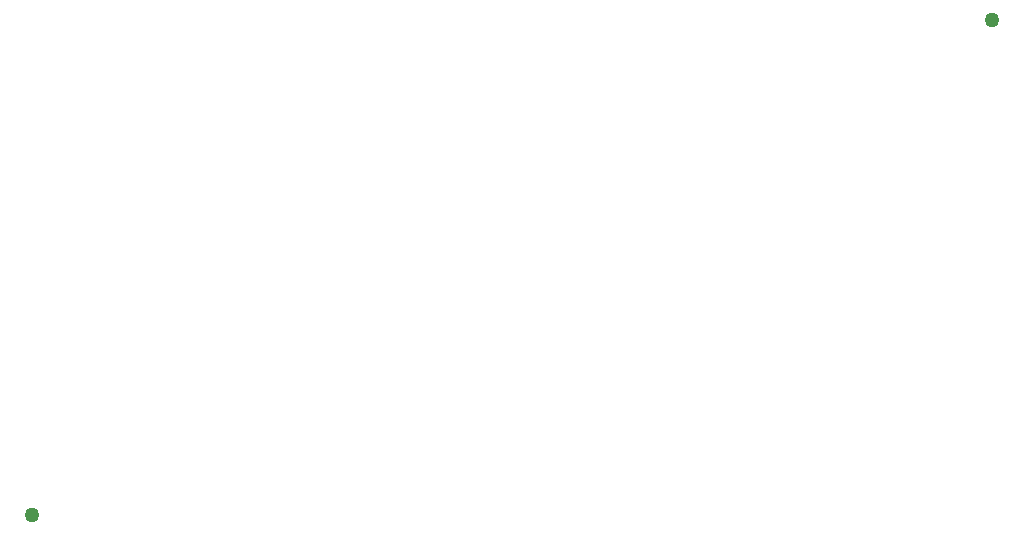
<source format=gbr>
G04 #@! TF.GenerationSoftware,KiCad,Pcbnew,5.0.2-bee76a0~70~ubuntu18.04.1*
G04 #@! TF.CreationDate,2019-06-23T18:14:28-07:00*
G04 #@! TF.ProjectId,aa-input-controller,61612d69-6e70-4757-942d-636f6e74726f,rev?*
G04 #@! TF.SameCoordinates,Original*
G04 #@! TF.FileFunction,Paste,Bot*
G04 #@! TF.FilePolarity,Positive*
%FSLAX46Y46*%
G04 Gerber Fmt 4.6, Leading zero omitted, Abs format (unit mm)*
G04 Created by KiCad (PCBNEW 5.0.2-bee76a0~70~ubuntu18.04.1) date Sun 23 Jun 2019 06:14:28 PM PDT*
%MOMM*%
%LPD*%
G01*
G04 APERTURE LIST*
%ADD10C,1.275080*%
G04 APERTURE END LIST*
D10*
G04 #@! TO.C,FD6*
X194310000Y-81280000D03*
G04 #@! TD*
G04 #@! TO.C,FD5*
X113030000Y-123190000D03*
G04 #@! TD*
M02*

</source>
